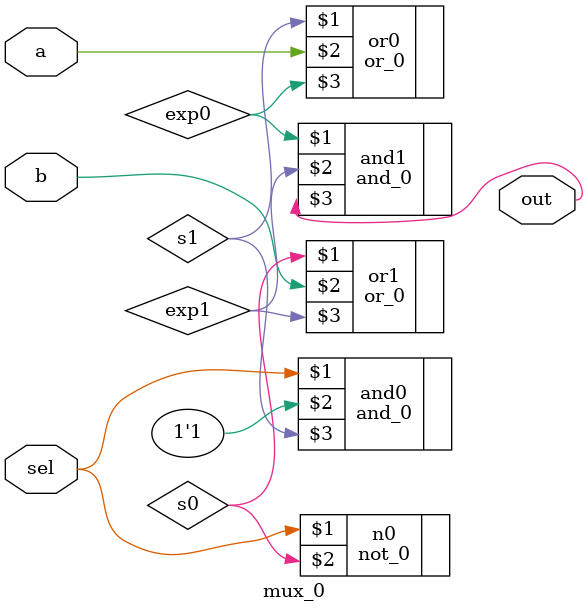
<source format=v>
`include "or_0.v"

module mux_0(
  input wire a,
  input wire b,
  input wire sel,
  output wire out
);
  wire s0;
  wire s1;
  not_0 n0(sel, s0);
  and_0 and0(sel, 1'b1, s1);

  wire exp0;
  wire exp1;
  or_0 or0(s1, a, exp0);
  or_0 or1(s0, b, exp1);

  and_0 and1(exp0, exp1, out);
endmodule

</source>
